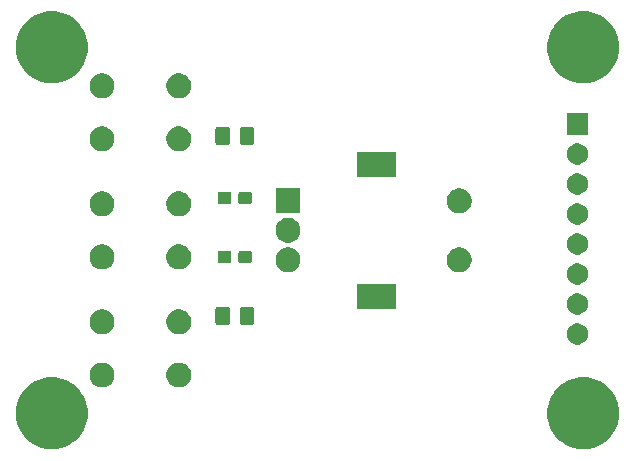
<source format=gbr>
G04 #@! TF.GenerationSoftware,KiCad,Pcbnew,(5.1.5)-3*
G04 #@! TF.CreationDate,2020-04-13T22:53:19+08:00*
G04 #@! TF.ProjectId,encoder_3btn,656e636f-6465-4725-9f33-62746e2e6b69,rev?*
G04 #@! TF.SameCoordinates,Original*
G04 #@! TF.FileFunction,Soldermask,Bot*
G04 #@! TF.FilePolarity,Negative*
%FSLAX46Y46*%
G04 Gerber Fmt 4.6, Leading zero omitted, Abs format (unit mm)*
G04 Created by KiCad (PCBNEW (5.1.5)-3) date 2020-04-13 22:53:19*
%MOMM*%
%LPD*%
G04 APERTURE LIST*
%ADD10C,0.100000*%
G04 APERTURE END LIST*
D10*
G36*
X148389943Y-130566248D02*
G01*
X148945189Y-130796238D01*
X149130371Y-130919973D01*
X149444899Y-131130134D01*
X149869866Y-131555101D01*
X150018440Y-131777458D01*
X150203762Y-132054811D01*
X150433752Y-132610057D01*
X150551000Y-133199501D01*
X150551000Y-133800499D01*
X150433752Y-134389943D01*
X150203762Y-134945189D01*
X150203761Y-134945190D01*
X149869866Y-135444899D01*
X149444899Y-135869866D01*
X149304573Y-135963629D01*
X148945189Y-136203762D01*
X148389943Y-136433752D01*
X147800499Y-136551000D01*
X147199501Y-136551000D01*
X146610057Y-136433752D01*
X146054811Y-136203762D01*
X145695427Y-135963629D01*
X145555101Y-135869866D01*
X145130134Y-135444899D01*
X144796239Y-134945190D01*
X144796238Y-134945189D01*
X144566248Y-134389943D01*
X144449000Y-133800499D01*
X144449000Y-133199501D01*
X144566248Y-132610057D01*
X144796238Y-132054811D01*
X144981560Y-131777458D01*
X145130134Y-131555101D01*
X145555101Y-131130134D01*
X145869629Y-130919973D01*
X146054811Y-130796238D01*
X146610057Y-130566248D01*
X147199501Y-130449000D01*
X147800499Y-130449000D01*
X148389943Y-130566248D01*
G37*
G36*
X103389943Y-130566248D02*
G01*
X103945189Y-130796238D01*
X104130371Y-130919973D01*
X104444899Y-131130134D01*
X104869866Y-131555101D01*
X105018440Y-131777458D01*
X105203762Y-132054811D01*
X105433752Y-132610057D01*
X105551000Y-133199501D01*
X105551000Y-133800499D01*
X105433752Y-134389943D01*
X105203762Y-134945189D01*
X105203761Y-134945190D01*
X104869866Y-135444899D01*
X104444899Y-135869866D01*
X104304573Y-135963629D01*
X103945189Y-136203762D01*
X103389943Y-136433752D01*
X102800499Y-136551000D01*
X102199501Y-136551000D01*
X101610057Y-136433752D01*
X101054811Y-136203762D01*
X100695427Y-135963629D01*
X100555101Y-135869866D01*
X100130134Y-135444899D01*
X99796239Y-134945190D01*
X99796238Y-134945189D01*
X99566248Y-134389943D01*
X99449000Y-133800499D01*
X99449000Y-133199501D01*
X99566248Y-132610057D01*
X99796238Y-132054811D01*
X99981560Y-131777458D01*
X100130134Y-131555101D01*
X100555101Y-131130134D01*
X100869629Y-130919973D01*
X101054811Y-130796238D01*
X101610057Y-130566248D01*
X102199501Y-130449000D01*
X102800499Y-130449000D01*
X103389943Y-130566248D01*
G37*
G36*
X107056564Y-129239389D02*
G01*
X107247833Y-129318615D01*
X107247835Y-129318616D01*
X107419973Y-129433635D01*
X107566365Y-129580027D01*
X107681385Y-129752167D01*
X107760611Y-129943436D01*
X107801000Y-130146484D01*
X107801000Y-130353516D01*
X107760611Y-130556564D01*
X107756599Y-130566249D01*
X107681384Y-130747835D01*
X107566365Y-130919973D01*
X107419973Y-131066365D01*
X107247835Y-131181384D01*
X107247834Y-131181385D01*
X107247833Y-131181385D01*
X107056564Y-131260611D01*
X106853516Y-131301000D01*
X106646484Y-131301000D01*
X106443436Y-131260611D01*
X106252167Y-131181385D01*
X106252166Y-131181385D01*
X106252165Y-131181384D01*
X106080027Y-131066365D01*
X105933635Y-130919973D01*
X105818616Y-130747835D01*
X105743401Y-130566249D01*
X105739389Y-130556564D01*
X105699000Y-130353516D01*
X105699000Y-130146484D01*
X105739389Y-129943436D01*
X105818615Y-129752167D01*
X105933635Y-129580027D01*
X106080027Y-129433635D01*
X106252165Y-129318616D01*
X106252167Y-129318615D01*
X106443436Y-129239389D01*
X106646484Y-129199000D01*
X106853516Y-129199000D01*
X107056564Y-129239389D01*
G37*
G36*
X113556564Y-129239389D02*
G01*
X113747833Y-129318615D01*
X113747835Y-129318616D01*
X113919973Y-129433635D01*
X114066365Y-129580027D01*
X114181385Y-129752167D01*
X114260611Y-129943436D01*
X114301000Y-130146484D01*
X114301000Y-130353516D01*
X114260611Y-130556564D01*
X114256599Y-130566249D01*
X114181384Y-130747835D01*
X114066365Y-130919973D01*
X113919973Y-131066365D01*
X113747835Y-131181384D01*
X113747834Y-131181385D01*
X113747833Y-131181385D01*
X113556564Y-131260611D01*
X113353516Y-131301000D01*
X113146484Y-131301000D01*
X112943436Y-131260611D01*
X112752167Y-131181385D01*
X112752166Y-131181385D01*
X112752165Y-131181384D01*
X112580027Y-131066365D01*
X112433635Y-130919973D01*
X112318616Y-130747835D01*
X112243401Y-130566249D01*
X112239389Y-130556564D01*
X112199000Y-130353516D01*
X112199000Y-130146484D01*
X112239389Y-129943436D01*
X112318615Y-129752167D01*
X112433635Y-129580027D01*
X112580027Y-129433635D01*
X112752165Y-129318616D01*
X112752167Y-129318615D01*
X112943436Y-129239389D01*
X113146484Y-129199000D01*
X113353516Y-129199000D01*
X113556564Y-129239389D01*
G37*
G36*
X147093960Y-125880038D02*
G01*
X147262812Y-125913624D01*
X147426784Y-125981544D01*
X147574354Y-126080147D01*
X147699853Y-126205646D01*
X147798456Y-126353216D01*
X147866376Y-126517188D01*
X147901000Y-126691259D01*
X147901000Y-126868741D01*
X147866376Y-127042812D01*
X147798456Y-127206784D01*
X147699853Y-127354354D01*
X147574354Y-127479853D01*
X147426784Y-127578456D01*
X147262812Y-127646376D01*
X147113512Y-127676073D01*
X147088742Y-127681000D01*
X146911258Y-127681000D01*
X146886488Y-127676073D01*
X146737188Y-127646376D01*
X146573216Y-127578456D01*
X146425646Y-127479853D01*
X146300147Y-127354354D01*
X146201544Y-127206784D01*
X146133624Y-127042812D01*
X146099000Y-126868741D01*
X146099000Y-126691259D01*
X146133624Y-126517188D01*
X146201544Y-126353216D01*
X146300147Y-126205646D01*
X146425646Y-126080147D01*
X146573216Y-125981544D01*
X146737188Y-125913624D01*
X146906040Y-125880038D01*
X146911258Y-125879000D01*
X147088742Y-125879000D01*
X147093960Y-125880038D01*
G37*
G36*
X107056564Y-124739389D02*
G01*
X107237546Y-124814354D01*
X107247835Y-124818616D01*
X107419973Y-124933635D01*
X107566365Y-125080027D01*
X107681385Y-125252167D01*
X107760611Y-125443436D01*
X107801000Y-125646484D01*
X107801000Y-125853516D01*
X107760611Y-126056564D01*
X107750842Y-126080148D01*
X107681384Y-126247835D01*
X107566365Y-126419973D01*
X107419973Y-126566365D01*
X107247835Y-126681384D01*
X107247834Y-126681385D01*
X107247833Y-126681385D01*
X107056564Y-126760611D01*
X106853516Y-126801000D01*
X106646484Y-126801000D01*
X106443436Y-126760611D01*
X106252167Y-126681385D01*
X106252166Y-126681385D01*
X106252165Y-126681384D01*
X106080027Y-126566365D01*
X105933635Y-126419973D01*
X105818616Y-126247835D01*
X105749158Y-126080148D01*
X105739389Y-126056564D01*
X105699000Y-125853516D01*
X105699000Y-125646484D01*
X105739389Y-125443436D01*
X105818615Y-125252167D01*
X105933635Y-125080027D01*
X106080027Y-124933635D01*
X106252165Y-124818616D01*
X106262454Y-124814354D01*
X106443436Y-124739389D01*
X106646484Y-124699000D01*
X106853516Y-124699000D01*
X107056564Y-124739389D01*
G37*
G36*
X113556564Y-124739389D02*
G01*
X113737546Y-124814354D01*
X113747835Y-124818616D01*
X113919973Y-124933635D01*
X114066365Y-125080027D01*
X114181385Y-125252167D01*
X114260611Y-125443436D01*
X114301000Y-125646484D01*
X114301000Y-125853516D01*
X114260611Y-126056564D01*
X114250842Y-126080148D01*
X114181384Y-126247835D01*
X114066365Y-126419973D01*
X113919973Y-126566365D01*
X113747835Y-126681384D01*
X113747834Y-126681385D01*
X113747833Y-126681385D01*
X113556564Y-126760611D01*
X113353516Y-126801000D01*
X113146484Y-126801000D01*
X112943436Y-126760611D01*
X112752167Y-126681385D01*
X112752166Y-126681385D01*
X112752165Y-126681384D01*
X112580027Y-126566365D01*
X112433635Y-126419973D01*
X112318616Y-126247835D01*
X112249158Y-126080148D01*
X112239389Y-126056564D01*
X112199000Y-125853516D01*
X112199000Y-125646484D01*
X112239389Y-125443436D01*
X112318615Y-125252167D01*
X112433635Y-125080027D01*
X112580027Y-124933635D01*
X112752165Y-124818616D01*
X112762454Y-124814354D01*
X112943436Y-124739389D01*
X113146484Y-124699000D01*
X113353516Y-124699000D01*
X113556564Y-124739389D01*
G37*
G36*
X119488674Y-124503465D02*
G01*
X119526367Y-124514899D01*
X119561103Y-124533466D01*
X119591548Y-124558452D01*
X119616534Y-124588897D01*
X119635101Y-124623633D01*
X119646535Y-124661326D01*
X119651000Y-124706661D01*
X119651000Y-125793339D01*
X119646535Y-125838674D01*
X119635101Y-125876367D01*
X119616534Y-125911103D01*
X119591548Y-125941548D01*
X119561103Y-125966534D01*
X119526367Y-125985101D01*
X119488674Y-125996535D01*
X119443339Y-126001000D01*
X118606661Y-126001000D01*
X118561326Y-125996535D01*
X118523633Y-125985101D01*
X118488897Y-125966534D01*
X118458452Y-125941548D01*
X118433466Y-125911103D01*
X118414899Y-125876367D01*
X118403465Y-125838674D01*
X118399000Y-125793339D01*
X118399000Y-124706661D01*
X118403465Y-124661326D01*
X118414899Y-124623633D01*
X118433466Y-124588897D01*
X118458452Y-124558452D01*
X118488897Y-124533466D01*
X118523633Y-124514899D01*
X118561326Y-124503465D01*
X118606661Y-124499000D01*
X119443339Y-124499000D01*
X119488674Y-124503465D01*
G37*
G36*
X117438674Y-124503465D02*
G01*
X117476367Y-124514899D01*
X117511103Y-124533466D01*
X117541548Y-124558452D01*
X117566534Y-124588897D01*
X117585101Y-124623633D01*
X117596535Y-124661326D01*
X117601000Y-124706661D01*
X117601000Y-125793339D01*
X117596535Y-125838674D01*
X117585101Y-125876367D01*
X117566534Y-125911103D01*
X117541548Y-125941548D01*
X117511103Y-125966534D01*
X117476367Y-125985101D01*
X117438674Y-125996535D01*
X117393339Y-126001000D01*
X116556661Y-126001000D01*
X116511326Y-125996535D01*
X116473633Y-125985101D01*
X116438897Y-125966534D01*
X116408452Y-125941548D01*
X116383466Y-125911103D01*
X116364899Y-125876367D01*
X116353465Y-125838674D01*
X116349000Y-125793339D01*
X116349000Y-124706661D01*
X116353465Y-124661326D01*
X116364899Y-124623633D01*
X116383466Y-124588897D01*
X116408452Y-124558452D01*
X116438897Y-124533466D01*
X116473633Y-124514899D01*
X116511326Y-124503465D01*
X116556661Y-124499000D01*
X117393339Y-124499000D01*
X117438674Y-124503465D01*
G37*
G36*
X147113512Y-123343927D02*
G01*
X147262812Y-123373624D01*
X147426784Y-123441544D01*
X147574354Y-123540147D01*
X147699853Y-123665646D01*
X147798456Y-123813216D01*
X147866376Y-123977188D01*
X147901000Y-124151259D01*
X147901000Y-124328741D01*
X147866376Y-124502812D01*
X147798456Y-124666784D01*
X147699853Y-124814354D01*
X147574354Y-124939853D01*
X147426784Y-125038456D01*
X147262812Y-125106376D01*
X147113512Y-125136073D01*
X147088742Y-125141000D01*
X146911258Y-125141000D01*
X146886488Y-125136073D01*
X146737188Y-125106376D01*
X146573216Y-125038456D01*
X146425646Y-124939853D01*
X146300147Y-124814354D01*
X146201544Y-124666784D01*
X146133624Y-124502812D01*
X146099000Y-124328741D01*
X146099000Y-124151259D01*
X146133624Y-123977188D01*
X146201544Y-123813216D01*
X146300147Y-123665646D01*
X146425646Y-123540147D01*
X146573216Y-123441544D01*
X146737188Y-123373624D01*
X146886488Y-123343927D01*
X146911258Y-123339000D01*
X147088742Y-123339000D01*
X147113512Y-123343927D01*
G37*
G36*
X131651000Y-124651000D02*
G01*
X128349000Y-124651000D01*
X128349000Y-122549000D01*
X131651000Y-122549000D01*
X131651000Y-124651000D01*
G37*
G36*
X147113512Y-120803927D02*
G01*
X147262812Y-120833624D01*
X147426784Y-120901544D01*
X147574354Y-121000147D01*
X147699853Y-121125646D01*
X147798456Y-121273216D01*
X147866376Y-121437188D01*
X147901000Y-121611259D01*
X147901000Y-121788741D01*
X147866376Y-121962812D01*
X147798456Y-122126784D01*
X147699853Y-122274354D01*
X147574354Y-122399853D01*
X147426784Y-122498456D01*
X147262812Y-122566376D01*
X147113512Y-122596073D01*
X147088742Y-122601000D01*
X146911258Y-122601000D01*
X146886488Y-122596073D01*
X146737188Y-122566376D01*
X146573216Y-122498456D01*
X146425646Y-122399853D01*
X146300147Y-122274354D01*
X146201544Y-122126784D01*
X146133624Y-121962812D01*
X146099000Y-121788741D01*
X146099000Y-121611259D01*
X146133624Y-121437188D01*
X146201544Y-121273216D01*
X146300147Y-121125646D01*
X146425646Y-121000147D01*
X146573216Y-120901544D01*
X146737188Y-120833624D01*
X146886488Y-120803927D01*
X146911258Y-120799000D01*
X147088742Y-120799000D01*
X147113512Y-120803927D01*
G37*
G36*
X122806564Y-119489389D02*
G01*
X122997833Y-119568615D01*
X122997835Y-119568616D01*
X123169973Y-119683635D01*
X123316365Y-119830027D01*
X123402179Y-119958456D01*
X123431385Y-120002167D01*
X123510611Y-120193436D01*
X123551000Y-120396484D01*
X123551000Y-120603516D01*
X123510611Y-120806564D01*
X123431385Y-120997833D01*
X123431384Y-120997835D01*
X123316365Y-121169973D01*
X123169973Y-121316365D01*
X122997835Y-121431384D01*
X122997834Y-121431385D01*
X122997833Y-121431385D01*
X122806564Y-121510611D01*
X122603516Y-121551000D01*
X122396484Y-121551000D01*
X122193436Y-121510611D01*
X122002167Y-121431385D01*
X122002166Y-121431385D01*
X122002165Y-121431384D01*
X121830027Y-121316365D01*
X121683635Y-121169973D01*
X121568616Y-120997835D01*
X121568615Y-120997833D01*
X121489389Y-120806564D01*
X121449000Y-120603516D01*
X121449000Y-120396484D01*
X121489389Y-120193436D01*
X121568615Y-120002167D01*
X121597822Y-119958456D01*
X121683635Y-119830027D01*
X121830027Y-119683635D01*
X122002165Y-119568616D01*
X122002167Y-119568615D01*
X122193436Y-119489389D01*
X122396484Y-119449000D01*
X122603516Y-119449000D01*
X122806564Y-119489389D01*
G37*
G36*
X137306564Y-119489389D02*
G01*
X137497833Y-119568615D01*
X137497835Y-119568616D01*
X137669973Y-119683635D01*
X137816365Y-119830027D01*
X137902179Y-119958456D01*
X137931385Y-120002167D01*
X138010611Y-120193436D01*
X138051000Y-120396484D01*
X138051000Y-120603516D01*
X138010611Y-120806564D01*
X137931385Y-120997833D01*
X137931384Y-120997835D01*
X137816365Y-121169973D01*
X137669973Y-121316365D01*
X137497835Y-121431384D01*
X137497834Y-121431385D01*
X137497833Y-121431385D01*
X137306564Y-121510611D01*
X137103516Y-121551000D01*
X136896484Y-121551000D01*
X136693436Y-121510611D01*
X136502167Y-121431385D01*
X136502166Y-121431385D01*
X136502165Y-121431384D01*
X136330027Y-121316365D01*
X136183635Y-121169973D01*
X136068616Y-120997835D01*
X136068615Y-120997833D01*
X135989389Y-120806564D01*
X135949000Y-120603516D01*
X135949000Y-120396484D01*
X135989389Y-120193436D01*
X136068615Y-120002167D01*
X136097822Y-119958456D01*
X136183635Y-119830027D01*
X136330027Y-119683635D01*
X136502165Y-119568616D01*
X136502167Y-119568615D01*
X136693436Y-119489389D01*
X136896484Y-119449000D01*
X137103516Y-119449000D01*
X137306564Y-119489389D01*
G37*
G36*
X113556564Y-119239389D02*
G01*
X113747833Y-119318615D01*
X113747835Y-119318616D01*
X113919973Y-119433635D01*
X114066365Y-119580027D01*
X114175942Y-119744020D01*
X114181385Y-119752167D01*
X114260611Y-119943436D01*
X114301000Y-120146484D01*
X114301000Y-120353516D01*
X114260611Y-120556564D01*
X114201625Y-120698969D01*
X114181384Y-120747835D01*
X114066365Y-120919973D01*
X113919973Y-121066365D01*
X113747835Y-121181384D01*
X113747834Y-121181385D01*
X113747833Y-121181385D01*
X113556564Y-121260611D01*
X113353516Y-121301000D01*
X113146484Y-121301000D01*
X112943436Y-121260611D01*
X112752167Y-121181385D01*
X112752166Y-121181385D01*
X112752165Y-121181384D01*
X112580027Y-121066365D01*
X112433635Y-120919973D01*
X112318616Y-120747835D01*
X112298375Y-120698969D01*
X112239389Y-120556564D01*
X112199000Y-120353516D01*
X112199000Y-120146484D01*
X112239389Y-119943436D01*
X112318615Y-119752167D01*
X112324059Y-119744020D01*
X112433635Y-119580027D01*
X112580027Y-119433635D01*
X112752165Y-119318616D01*
X112752167Y-119318615D01*
X112943436Y-119239389D01*
X113146484Y-119199000D01*
X113353516Y-119199000D01*
X113556564Y-119239389D01*
G37*
G36*
X107056564Y-119239389D02*
G01*
X107247833Y-119318615D01*
X107247835Y-119318616D01*
X107419973Y-119433635D01*
X107566365Y-119580027D01*
X107675942Y-119744020D01*
X107681385Y-119752167D01*
X107760611Y-119943436D01*
X107801000Y-120146484D01*
X107801000Y-120353516D01*
X107760611Y-120556564D01*
X107701625Y-120698969D01*
X107681384Y-120747835D01*
X107566365Y-120919973D01*
X107419973Y-121066365D01*
X107247835Y-121181384D01*
X107247834Y-121181385D01*
X107247833Y-121181385D01*
X107056564Y-121260611D01*
X106853516Y-121301000D01*
X106646484Y-121301000D01*
X106443436Y-121260611D01*
X106252167Y-121181385D01*
X106252166Y-121181385D01*
X106252165Y-121181384D01*
X106080027Y-121066365D01*
X105933635Y-120919973D01*
X105818616Y-120747835D01*
X105798375Y-120698969D01*
X105739389Y-120556564D01*
X105699000Y-120353516D01*
X105699000Y-120146484D01*
X105739389Y-119943436D01*
X105818615Y-119752167D01*
X105824059Y-119744020D01*
X105933635Y-119580027D01*
X106080027Y-119433635D01*
X106252165Y-119318616D01*
X106252167Y-119318615D01*
X106443436Y-119239389D01*
X106646484Y-119199000D01*
X106853516Y-119199000D01*
X107056564Y-119239389D01*
G37*
G36*
X119289499Y-119728445D02*
G01*
X119326995Y-119739820D01*
X119361554Y-119758292D01*
X119391847Y-119783153D01*
X119416708Y-119813446D01*
X119435180Y-119848005D01*
X119446555Y-119885501D01*
X119451000Y-119930638D01*
X119451000Y-120569362D01*
X119446555Y-120614499D01*
X119435180Y-120651995D01*
X119416708Y-120686554D01*
X119391847Y-120716847D01*
X119361554Y-120741708D01*
X119326995Y-120760180D01*
X119289499Y-120771555D01*
X119244362Y-120776000D01*
X118505638Y-120776000D01*
X118460501Y-120771555D01*
X118423005Y-120760180D01*
X118388446Y-120741708D01*
X118358153Y-120716847D01*
X118333292Y-120686554D01*
X118314820Y-120651995D01*
X118303445Y-120614499D01*
X118299000Y-120569362D01*
X118299000Y-119930638D01*
X118303445Y-119885501D01*
X118314820Y-119848005D01*
X118333292Y-119813446D01*
X118358153Y-119783153D01*
X118388446Y-119758292D01*
X118423005Y-119739820D01*
X118460501Y-119728445D01*
X118505638Y-119724000D01*
X119244362Y-119724000D01*
X119289499Y-119728445D01*
G37*
G36*
X117539499Y-119728445D02*
G01*
X117576995Y-119739820D01*
X117611554Y-119758292D01*
X117641847Y-119783153D01*
X117666708Y-119813446D01*
X117685180Y-119848005D01*
X117696555Y-119885501D01*
X117701000Y-119930638D01*
X117701000Y-120569362D01*
X117696555Y-120614499D01*
X117685180Y-120651995D01*
X117666708Y-120686554D01*
X117641847Y-120716847D01*
X117611554Y-120741708D01*
X117576995Y-120760180D01*
X117539499Y-120771555D01*
X117494362Y-120776000D01*
X116755638Y-120776000D01*
X116710501Y-120771555D01*
X116673005Y-120760180D01*
X116638446Y-120741708D01*
X116608153Y-120716847D01*
X116583292Y-120686554D01*
X116564820Y-120651995D01*
X116553445Y-120614499D01*
X116549000Y-120569362D01*
X116549000Y-119930638D01*
X116553445Y-119885501D01*
X116564820Y-119848005D01*
X116583292Y-119813446D01*
X116608153Y-119783153D01*
X116638446Y-119758292D01*
X116673005Y-119739820D01*
X116710501Y-119728445D01*
X116755638Y-119724000D01*
X117494362Y-119724000D01*
X117539499Y-119728445D01*
G37*
G36*
X147113512Y-118263927D02*
G01*
X147262812Y-118293624D01*
X147426784Y-118361544D01*
X147574354Y-118460147D01*
X147699853Y-118585646D01*
X147798456Y-118733216D01*
X147866376Y-118897188D01*
X147901000Y-119071259D01*
X147901000Y-119248741D01*
X147866376Y-119422812D01*
X147798456Y-119586784D01*
X147699853Y-119734354D01*
X147574354Y-119859853D01*
X147426784Y-119958456D01*
X147262812Y-120026376D01*
X147113512Y-120056073D01*
X147088742Y-120061000D01*
X146911258Y-120061000D01*
X146886488Y-120056073D01*
X146737188Y-120026376D01*
X146573216Y-119958456D01*
X146425646Y-119859853D01*
X146300147Y-119734354D01*
X146201544Y-119586784D01*
X146133624Y-119422812D01*
X146099000Y-119248741D01*
X146099000Y-119071259D01*
X146133624Y-118897188D01*
X146201544Y-118733216D01*
X146300147Y-118585646D01*
X146425646Y-118460147D01*
X146573216Y-118361544D01*
X146737188Y-118293624D01*
X146886488Y-118263927D01*
X146911258Y-118259000D01*
X147088742Y-118259000D01*
X147113512Y-118263927D01*
G37*
G36*
X122806564Y-116989389D02*
G01*
X122997833Y-117068615D01*
X122997835Y-117068616D01*
X123169973Y-117183635D01*
X123316365Y-117330027D01*
X123431385Y-117502167D01*
X123510611Y-117693436D01*
X123551000Y-117896484D01*
X123551000Y-118103516D01*
X123510611Y-118306564D01*
X123431385Y-118497833D01*
X123431384Y-118497835D01*
X123316365Y-118669973D01*
X123169973Y-118816365D01*
X122997835Y-118931384D01*
X122997834Y-118931385D01*
X122997833Y-118931385D01*
X122806564Y-119010611D01*
X122603516Y-119051000D01*
X122396484Y-119051000D01*
X122193436Y-119010611D01*
X122002167Y-118931385D01*
X122002166Y-118931385D01*
X122002165Y-118931384D01*
X121830027Y-118816365D01*
X121683635Y-118669973D01*
X121568616Y-118497835D01*
X121568615Y-118497833D01*
X121489389Y-118306564D01*
X121449000Y-118103516D01*
X121449000Y-117896484D01*
X121489389Y-117693436D01*
X121568615Y-117502167D01*
X121683635Y-117330027D01*
X121830027Y-117183635D01*
X122002165Y-117068616D01*
X122002167Y-117068615D01*
X122193436Y-116989389D01*
X122396484Y-116949000D01*
X122603516Y-116949000D01*
X122806564Y-116989389D01*
G37*
G36*
X147113512Y-115723927D02*
G01*
X147262812Y-115753624D01*
X147426784Y-115821544D01*
X147574354Y-115920147D01*
X147699853Y-116045646D01*
X147798456Y-116193216D01*
X147866376Y-116357188D01*
X147901000Y-116531259D01*
X147901000Y-116708741D01*
X147866376Y-116882812D01*
X147798456Y-117046784D01*
X147699853Y-117194354D01*
X147574354Y-117319853D01*
X147426784Y-117418456D01*
X147262812Y-117486376D01*
X147113512Y-117516073D01*
X147088742Y-117521000D01*
X146911258Y-117521000D01*
X146886488Y-117516073D01*
X146737188Y-117486376D01*
X146573216Y-117418456D01*
X146425646Y-117319853D01*
X146300147Y-117194354D01*
X146201544Y-117046784D01*
X146133624Y-116882812D01*
X146099000Y-116708741D01*
X146099000Y-116531259D01*
X146133624Y-116357188D01*
X146201544Y-116193216D01*
X146300147Y-116045646D01*
X146425646Y-115920147D01*
X146573216Y-115821544D01*
X146737188Y-115753624D01*
X146886488Y-115723927D01*
X146911258Y-115719000D01*
X147088742Y-115719000D01*
X147113512Y-115723927D01*
G37*
G36*
X113556564Y-114739389D02*
G01*
X113747833Y-114818615D01*
X113747835Y-114818616D01*
X113919973Y-114933635D01*
X114066365Y-115080027D01*
X114142143Y-115193436D01*
X114181385Y-115252167D01*
X114260611Y-115443436D01*
X114301000Y-115646484D01*
X114301000Y-115853516D01*
X114260611Y-116056564D01*
X114204008Y-116193216D01*
X114181384Y-116247835D01*
X114066365Y-116419973D01*
X113919973Y-116566365D01*
X113747835Y-116681384D01*
X113747834Y-116681385D01*
X113747833Y-116681385D01*
X113556564Y-116760611D01*
X113353516Y-116801000D01*
X113146484Y-116801000D01*
X112943436Y-116760611D01*
X112752167Y-116681385D01*
X112752166Y-116681385D01*
X112752165Y-116681384D01*
X112580027Y-116566365D01*
X112433635Y-116419973D01*
X112318616Y-116247835D01*
X112295992Y-116193216D01*
X112239389Y-116056564D01*
X112199000Y-115853516D01*
X112199000Y-115646484D01*
X112239389Y-115443436D01*
X112318615Y-115252167D01*
X112357858Y-115193436D01*
X112433635Y-115080027D01*
X112580027Y-114933635D01*
X112752165Y-114818616D01*
X112752167Y-114818615D01*
X112943436Y-114739389D01*
X113146484Y-114699000D01*
X113353516Y-114699000D01*
X113556564Y-114739389D01*
G37*
G36*
X107056564Y-114739389D02*
G01*
X107247833Y-114818615D01*
X107247835Y-114818616D01*
X107419973Y-114933635D01*
X107566365Y-115080027D01*
X107642143Y-115193436D01*
X107681385Y-115252167D01*
X107760611Y-115443436D01*
X107801000Y-115646484D01*
X107801000Y-115853516D01*
X107760611Y-116056564D01*
X107704008Y-116193216D01*
X107681384Y-116247835D01*
X107566365Y-116419973D01*
X107419973Y-116566365D01*
X107247835Y-116681384D01*
X107247834Y-116681385D01*
X107247833Y-116681385D01*
X107056564Y-116760611D01*
X106853516Y-116801000D01*
X106646484Y-116801000D01*
X106443436Y-116760611D01*
X106252167Y-116681385D01*
X106252166Y-116681385D01*
X106252165Y-116681384D01*
X106080027Y-116566365D01*
X105933635Y-116419973D01*
X105818616Y-116247835D01*
X105795992Y-116193216D01*
X105739389Y-116056564D01*
X105699000Y-115853516D01*
X105699000Y-115646484D01*
X105739389Y-115443436D01*
X105818615Y-115252167D01*
X105857858Y-115193436D01*
X105933635Y-115080027D01*
X106080027Y-114933635D01*
X106252165Y-114818616D01*
X106252167Y-114818615D01*
X106443436Y-114739389D01*
X106646484Y-114699000D01*
X106853516Y-114699000D01*
X107056564Y-114739389D01*
G37*
G36*
X137306564Y-114489389D02*
G01*
X137497833Y-114568615D01*
X137497835Y-114568616D01*
X137669973Y-114683635D01*
X137816365Y-114830027D01*
X137885594Y-114933635D01*
X137931385Y-115002167D01*
X138010611Y-115193436D01*
X138051000Y-115396484D01*
X138051000Y-115603516D01*
X138010611Y-115806564D01*
X137963563Y-115920148D01*
X137931384Y-115997835D01*
X137816365Y-116169973D01*
X137669973Y-116316365D01*
X137497835Y-116431384D01*
X137497834Y-116431385D01*
X137497833Y-116431385D01*
X137306564Y-116510611D01*
X137103516Y-116551000D01*
X136896484Y-116551000D01*
X136693436Y-116510611D01*
X136502167Y-116431385D01*
X136502166Y-116431385D01*
X136502165Y-116431384D01*
X136330027Y-116316365D01*
X136183635Y-116169973D01*
X136068616Y-115997835D01*
X136036437Y-115920148D01*
X135989389Y-115806564D01*
X135949000Y-115603516D01*
X135949000Y-115396484D01*
X135989389Y-115193436D01*
X136068615Y-115002167D01*
X136114407Y-114933635D01*
X136183635Y-114830027D01*
X136330027Y-114683635D01*
X136502165Y-114568616D01*
X136502167Y-114568615D01*
X136693436Y-114489389D01*
X136896484Y-114449000D01*
X137103516Y-114449000D01*
X137306564Y-114489389D01*
G37*
G36*
X123551000Y-116551000D02*
G01*
X121449000Y-116551000D01*
X121449000Y-114449000D01*
X123551000Y-114449000D01*
X123551000Y-116551000D01*
G37*
G36*
X119289499Y-114728445D02*
G01*
X119326995Y-114739820D01*
X119361554Y-114758292D01*
X119391847Y-114783153D01*
X119416708Y-114813446D01*
X119435180Y-114848005D01*
X119446555Y-114885501D01*
X119451000Y-114930638D01*
X119451000Y-115569362D01*
X119446555Y-115614499D01*
X119435180Y-115651995D01*
X119416708Y-115686554D01*
X119391847Y-115716847D01*
X119361554Y-115741708D01*
X119326995Y-115760180D01*
X119289499Y-115771555D01*
X119244362Y-115776000D01*
X118505638Y-115776000D01*
X118460501Y-115771555D01*
X118423005Y-115760180D01*
X118388446Y-115741708D01*
X118358153Y-115716847D01*
X118333292Y-115686554D01*
X118314820Y-115651995D01*
X118303445Y-115614499D01*
X118299000Y-115569362D01*
X118299000Y-114930638D01*
X118303445Y-114885501D01*
X118314820Y-114848005D01*
X118333292Y-114813446D01*
X118358153Y-114783153D01*
X118388446Y-114758292D01*
X118423005Y-114739820D01*
X118460501Y-114728445D01*
X118505638Y-114724000D01*
X119244362Y-114724000D01*
X119289499Y-114728445D01*
G37*
G36*
X117539499Y-114728445D02*
G01*
X117576995Y-114739820D01*
X117611554Y-114758292D01*
X117641847Y-114783153D01*
X117666708Y-114813446D01*
X117685180Y-114848005D01*
X117696555Y-114885501D01*
X117701000Y-114930638D01*
X117701000Y-115569362D01*
X117696555Y-115614499D01*
X117685180Y-115651995D01*
X117666708Y-115686554D01*
X117641847Y-115716847D01*
X117611554Y-115741708D01*
X117576995Y-115760180D01*
X117539499Y-115771555D01*
X117494362Y-115776000D01*
X116755638Y-115776000D01*
X116710501Y-115771555D01*
X116673005Y-115760180D01*
X116638446Y-115741708D01*
X116608153Y-115716847D01*
X116583292Y-115686554D01*
X116564820Y-115651995D01*
X116553445Y-115614499D01*
X116549000Y-115569362D01*
X116549000Y-114930638D01*
X116553445Y-114885501D01*
X116564820Y-114848005D01*
X116583292Y-114813446D01*
X116608153Y-114783153D01*
X116638446Y-114758292D01*
X116673005Y-114739820D01*
X116710501Y-114728445D01*
X116755638Y-114724000D01*
X117494362Y-114724000D01*
X117539499Y-114728445D01*
G37*
G36*
X147113512Y-113183927D02*
G01*
X147262812Y-113213624D01*
X147426784Y-113281544D01*
X147574354Y-113380147D01*
X147699853Y-113505646D01*
X147798456Y-113653216D01*
X147866376Y-113817188D01*
X147901000Y-113991259D01*
X147901000Y-114168741D01*
X147866376Y-114342812D01*
X147798456Y-114506784D01*
X147699853Y-114654354D01*
X147574354Y-114779853D01*
X147426784Y-114878456D01*
X147262812Y-114946376D01*
X147113512Y-114976073D01*
X147088742Y-114981000D01*
X146911258Y-114981000D01*
X146886488Y-114976073D01*
X146737188Y-114946376D01*
X146573216Y-114878456D01*
X146425646Y-114779853D01*
X146300147Y-114654354D01*
X146201544Y-114506784D01*
X146133624Y-114342812D01*
X146099000Y-114168741D01*
X146099000Y-113991259D01*
X146133624Y-113817188D01*
X146201544Y-113653216D01*
X146300147Y-113505646D01*
X146425646Y-113380147D01*
X146573216Y-113281544D01*
X146737188Y-113213624D01*
X146886488Y-113183927D01*
X146911258Y-113179000D01*
X147088742Y-113179000D01*
X147113512Y-113183927D01*
G37*
G36*
X131651000Y-113451000D02*
G01*
X128349000Y-113451000D01*
X128349000Y-111349000D01*
X131651000Y-111349000D01*
X131651000Y-113451000D01*
G37*
G36*
X147113512Y-110643927D02*
G01*
X147262812Y-110673624D01*
X147426784Y-110741544D01*
X147574354Y-110840147D01*
X147699853Y-110965646D01*
X147798456Y-111113216D01*
X147866376Y-111277188D01*
X147901000Y-111451259D01*
X147901000Y-111628741D01*
X147866376Y-111802812D01*
X147798456Y-111966784D01*
X147699853Y-112114354D01*
X147574354Y-112239853D01*
X147426784Y-112338456D01*
X147262812Y-112406376D01*
X147113512Y-112436073D01*
X147088742Y-112441000D01*
X146911258Y-112441000D01*
X146886488Y-112436073D01*
X146737188Y-112406376D01*
X146573216Y-112338456D01*
X146425646Y-112239853D01*
X146300147Y-112114354D01*
X146201544Y-111966784D01*
X146133624Y-111802812D01*
X146099000Y-111628741D01*
X146099000Y-111451259D01*
X146133624Y-111277188D01*
X146201544Y-111113216D01*
X146300147Y-110965646D01*
X146425646Y-110840147D01*
X146573216Y-110741544D01*
X146737188Y-110673624D01*
X146886488Y-110643927D01*
X146911258Y-110639000D01*
X147088742Y-110639000D01*
X147113512Y-110643927D01*
G37*
G36*
X107056564Y-109239389D02*
G01*
X107223297Y-109308452D01*
X107247835Y-109318616D01*
X107386585Y-109411326D01*
X107419973Y-109433635D01*
X107566365Y-109580027D01*
X107681385Y-109752167D01*
X107760611Y-109943436D01*
X107801000Y-110146484D01*
X107801000Y-110353516D01*
X107760611Y-110556564D01*
X107681385Y-110747833D01*
X107681384Y-110747835D01*
X107566365Y-110919973D01*
X107419973Y-111066365D01*
X107247835Y-111181384D01*
X107247834Y-111181385D01*
X107247833Y-111181385D01*
X107056564Y-111260611D01*
X106853516Y-111301000D01*
X106646484Y-111301000D01*
X106443436Y-111260611D01*
X106252167Y-111181385D01*
X106252166Y-111181385D01*
X106252165Y-111181384D01*
X106080027Y-111066365D01*
X105933635Y-110919973D01*
X105818616Y-110747835D01*
X105818615Y-110747833D01*
X105739389Y-110556564D01*
X105699000Y-110353516D01*
X105699000Y-110146484D01*
X105739389Y-109943436D01*
X105818615Y-109752167D01*
X105933635Y-109580027D01*
X106080027Y-109433635D01*
X106113415Y-109411326D01*
X106252165Y-109318616D01*
X106276703Y-109308452D01*
X106443436Y-109239389D01*
X106646484Y-109199000D01*
X106853516Y-109199000D01*
X107056564Y-109239389D01*
G37*
G36*
X113556564Y-109239389D02*
G01*
X113723297Y-109308452D01*
X113747835Y-109318616D01*
X113886585Y-109411326D01*
X113919973Y-109433635D01*
X114066365Y-109580027D01*
X114181385Y-109752167D01*
X114260611Y-109943436D01*
X114301000Y-110146484D01*
X114301000Y-110353516D01*
X114260611Y-110556564D01*
X114181385Y-110747833D01*
X114181384Y-110747835D01*
X114066365Y-110919973D01*
X113919973Y-111066365D01*
X113747835Y-111181384D01*
X113747834Y-111181385D01*
X113747833Y-111181385D01*
X113556564Y-111260611D01*
X113353516Y-111301000D01*
X113146484Y-111301000D01*
X112943436Y-111260611D01*
X112752167Y-111181385D01*
X112752166Y-111181385D01*
X112752165Y-111181384D01*
X112580027Y-111066365D01*
X112433635Y-110919973D01*
X112318616Y-110747835D01*
X112318615Y-110747833D01*
X112239389Y-110556564D01*
X112199000Y-110353516D01*
X112199000Y-110146484D01*
X112239389Y-109943436D01*
X112318615Y-109752167D01*
X112433635Y-109580027D01*
X112580027Y-109433635D01*
X112613415Y-109411326D01*
X112752165Y-109318616D01*
X112776703Y-109308452D01*
X112943436Y-109239389D01*
X113146484Y-109199000D01*
X113353516Y-109199000D01*
X113556564Y-109239389D01*
G37*
G36*
X117438674Y-109253465D02*
G01*
X117476367Y-109264899D01*
X117511103Y-109283466D01*
X117541548Y-109308452D01*
X117566534Y-109338897D01*
X117585101Y-109373633D01*
X117596535Y-109411326D01*
X117601000Y-109456661D01*
X117601000Y-110543339D01*
X117596535Y-110588674D01*
X117585101Y-110626367D01*
X117566534Y-110661103D01*
X117541548Y-110691548D01*
X117511103Y-110716534D01*
X117476367Y-110735101D01*
X117438674Y-110746535D01*
X117393339Y-110751000D01*
X116556661Y-110751000D01*
X116511326Y-110746535D01*
X116473633Y-110735101D01*
X116438897Y-110716534D01*
X116408452Y-110691548D01*
X116383466Y-110661103D01*
X116364899Y-110626367D01*
X116353465Y-110588674D01*
X116349000Y-110543339D01*
X116349000Y-109456661D01*
X116353465Y-109411326D01*
X116364899Y-109373633D01*
X116383466Y-109338897D01*
X116408452Y-109308452D01*
X116438897Y-109283466D01*
X116473633Y-109264899D01*
X116511326Y-109253465D01*
X116556661Y-109249000D01*
X117393339Y-109249000D01*
X117438674Y-109253465D01*
G37*
G36*
X119488674Y-109253465D02*
G01*
X119526367Y-109264899D01*
X119561103Y-109283466D01*
X119591548Y-109308452D01*
X119616534Y-109338897D01*
X119635101Y-109373633D01*
X119646535Y-109411326D01*
X119651000Y-109456661D01*
X119651000Y-110543339D01*
X119646535Y-110588674D01*
X119635101Y-110626367D01*
X119616534Y-110661103D01*
X119591548Y-110691548D01*
X119561103Y-110716534D01*
X119526367Y-110735101D01*
X119488674Y-110746535D01*
X119443339Y-110751000D01*
X118606661Y-110751000D01*
X118561326Y-110746535D01*
X118523633Y-110735101D01*
X118488897Y-110716534D01*
X118458452Y-110691548D01*
X118433466Y-110661103D01*
X118414899Y-110626367D01*
X118403465Y-110588674D01*
X118399000Y-110543339D01*
X118399000Y-109456661D01*
X118403465Y-109411326D01*
X118414899Y-109373633D01*
X118433466Y-109338897D01*
X118458452Y-109308452D01*
X118488897Y-109283466D01*
X118523633Y-109264899D01*
X118561326Y-109253465D01*
X118606661Y-109249000D01*
X119443339Y-109249000D01*
X119488674Y-109253465D01*
G37*
G36*
X147901000Y-109901000D02*
G01*
X146099000Y-109901000D01*
X146099000Y-108099000D01*
X147901000Y-108099000D01*
X147901000Y-109901000D01*
G37*
G36*
X113556564Y-104739389D02*
G01*
X113747833Y-104818615D01*
X113747835Y-104818616D01*
X113919973Y-104933635D01*
X114066365Y-105080027D01*
X114147197Y-105201000D01*
X114181385Y-105252167D01*
X114260611Y-105443436D01*
X114301000Y-105646484D01*
X114301000Y-105853516D01*
X114260611Y-106056564D01*
X114181385Y-106247833D01*
X114181384Y-106247835D01*
X114066365Y-106419973D01*
X113919973Y-106566365D01*
X113747835Y-106681384D01*
X113747834Y-106681385D01*
X113747833Y-106681385D01*
X113556564Y-106760611D01*
X113353516Y-106801000D01*
X113146484Y-106801000D01*
X112943436Y-106760611D01*
X112752167Y-106681385D01*
X112752166Y-106681385D01*
X112752165Y-106681384D01*
X112580027Y-106566365D01*
X112433635Y-106419973D01*
X112318616Y-106247835D01*
X112318615Y-106247833D01*
X112239389Y-106056564D01*
X112199000Y-105853516D01*
X112199000Y-105646484D01*
X112239389Y-105443436D01*
X112318615Y-105252167D01*
X112352804Y-105201000D01*
X112433635Y-105080027D01*
X112580027Y-104933635D01*
X112752165Y-104818616D01*
X112752167Y-104818615D01*
X112943436Y-104739389D01*
X113146484Y-104699000D01*
X113353516Y-104699000D01*
X113556564Y-104739389D01*
G37*
G36*
X107056564Y-104739389D02*
G01*
X107247833Y-104818615D01*
X107247835Y-104818616D01*
X107419973Y-104933635D01*
X107566365Y-105080027D01*
X107647197Y-105201000D01*
X107681385Y-105252167D01*
X107760611Y-105443436D01*
X107801000Y-105646484D01*
X107801000Y-105853516D01*
X107760611Y-106056564D01*
X107681385Y-106247833D01*
X107681384Y-106247835D01*
X107566365Y-106419973D01*
X107419973Y-106566365D01*
X107247835Y-106681384D01*
X107247834Y-106681385D01*
X107247833Y-106681385D01*
X107056564Y-106760611D01*
X106853516Y-106801000D01*
X106646484Y-106801000D01*
X106443436Y-106760611D01*
X106252167Y-106681385D01*
X106252166Y-106681385D01*
X106252165Y-106681384D01*
X106080027Y-106566365D01*
X105933635Y-106419973D01*
X105818616Y-106247835D01*
X105818615Y-106247833D01*
X105739389Y-106056564D01*
X105699000Y-105853516D01*
X105699000Y-105646484D01*
X105739389Y-105443436D01*
X105818615Y-105252167D01*
X105852804Y-105201000D01*
X105933635Y-105080027D01*
X106080027Y-104933635D01*
X106252165Y-104818616D01*
X106252167Y-104818615D01*
X106443436Y-104739389D01*
X106646484Y-104699000D01*
X106853516Y-104699000D01*
X107056564Y-104739389D01*
G37*
G36*
X103389943Y-99566248D02*
G01*
X103945189Y-99796238D01*
X104193347Y-99962052D01*
X104444899Y-100130134D01*
X104869866Y-100555101D01*
X105018440Y-100777458D01*
X105203762Y-101054811D01*
X105433752Y-101610057D01*
X105551000Y-102199501D01*
X105551000Y-102800499D01*
X105433752Y-103389943D01*
X105203762Y-103945189D01*
X105203761Y-103945190D01*
X104869866Y-104444899D01*
X104444899Y-104869866D01*
X104349462Y-104933635D01*
X103945189Y-105203762D01*
X103389943Y-105433752D01*
X102800499Y-105551000D01*
X102199501Y-105551000D01*
X101610057Y-105433752D01*
X101054811Y-105203762D01*
X100650538Y-104933635D01*
X100555101Y-104869866D01*
X100130134Y-104444899D01*
X99796239Y-103945190D01*
X99796238Y-103945189D01*
X99566248Y-103389943D01*
X99449000Y-102800499D01*
X99449000Y-102199501D01*
X99566248Y-101610057D01*
X99796238Y-101054811D01*
X99981560Y-100777458D01*
X100130134Y-100555101D01*
X100555101Y-100130134D01*
X100806653Y-99962052D01*
X101054811Y-99796238D01*
X101610057Y-99566248D01*
X102199501Y-99449000D01*
X102800499Y-99449000D01*
X103389943Y-99566248D01*
G37*
G36*
X148389943Y-99566248D02*
G01*
X148945189Y-99796238D01*
X149193347Y-99962052D01*
X149444899Y-100130134D01*
X149869866Y-100555101D01*
X150018440Y-100777458D01*
X150203762Y-101054811D01*
X150433752Y-101610057D01*
X150551000Y-102199501D01*
X150551000Y-102800499D01*
X150433752Y-103389943D01*
X150203762Y-103945189D01*
X150203761Y-103945190D01*
X149869866Y-104444899D01*
X149444899Y-104869866D01*
X149349462Y-104933635D01*
X148945189Y-105203762D01*
X148389943Y-105433752D01*
X147800499Y-105551000D01*
X147199501Y-105551000D01*
X146610057Y-105433752D01*
X146054811Y-105203762D01*
X145650538Y-104933635D01*
X145555101Y-104869866D01*
X145130134Y-104444899D01*
X144796239Y-103945190D01*
X144796238Y-103945189D01*
X144566248Y-103389943D01*
X144449000Y-102800499D01*
X144449000Y-102199501D01*
X144566248Y-101610057D01*
X144796238Y-101054811D01*
X144981560Y-100777458D01*
X145130134Y-100555101D01*
X145555101Y-100130134D01*
X145806653Y-99962052D01*
X146054811Y-99796238D01*
X146610057Y-99566248D01*
X147199501Y-99449000D01*
X147800499Y-99449000D01*
X148389943Y-99566248D01*
G37*
M02*

</source>
